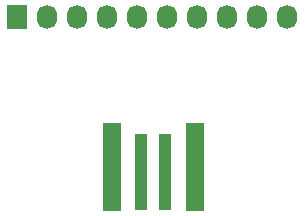
<source format=gbr>
G04 #@! TF.FileFunction,Soldermask,Bot*
%FSLAX46Y46*%
G04 Gerber Fmt 4.6, Leading zero omitted, Abs format (unit mm)*
G04 Created by KiCad (PCBNEW (2015-04-09 BZR 5589)-product) date Monday, June 29, 2015 'PMt' 04:43:36 PM*
%MOMM*%
G01*
G04 APERTURE LIST*
%ADD10C,0.100000*%
%ADD11R,1.498600X7.498080*%
%ADD12R,0.998220X6.499860*%
%ADD13R,1.727200X2.032000*%
%ADD14O,1.727200X2.032000*%
G04 APERTURE END LIST*
D10*
D11*
X170883580Y-127704880D03*
D12*
X168384220Y-128202720D03*
X166387780Y-128202720D03*
D11*
X163888420Y-127704880D03*
D13*
X155892500Y-115062000D03*
D14*
X158432500Y-115062000D03*
X160972500Y-115062000D03*
X163512500Y-115062000D03*
X166052500Y-115062000D03*
X168592500Y-115062000D03*
X171132500Y-115062000D03*
X173672500Y-115062000D03*
X176212500Y-115062000D03*
X178752500Y-115062000D03*
M02*

</source>
